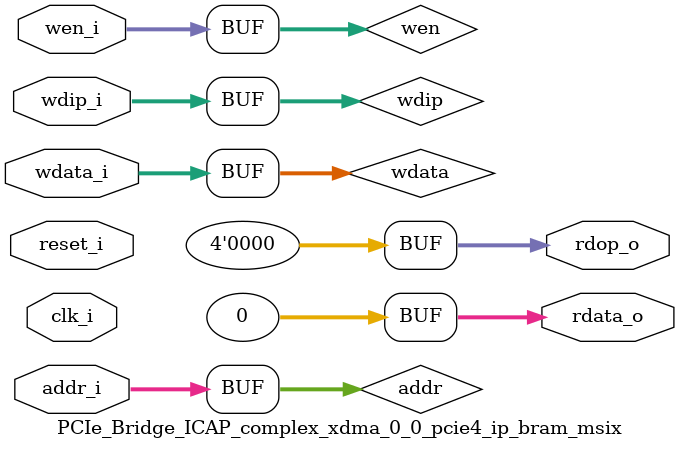
<source format=v>
`timescale 1ps/1ps

(* DowngradeIPIdentifiedWarnings = "yes" *)
module PCIe_Bridge_ICAP_complex_xdma_0_0_pcie4_ip_bram_msix #(

  parameter           TCQ = 100
, parameter           TO_RAM_PIPELINE="FALSE"
, parameter           FROM_RAM_PIPELINE="FALSE"
, parameter           MSIX_CAP_TABLE_SIZE=11'h0
, parameter           MSIX_TABLE_RAM_ENABLE="FALSE"

  ) (

  input  wire         clk_i,
  input  wire         reset_i,

  input  wire  [12:0] addr_i,
  input  wire  [31:0] wdata_i,
  input  wire   [3:0] wdip_i,
  input  wire   [3:0] wen_i,
  output wire  [31:0] rdata_o,
  output wire   [3:0] rdop_o

  );

  // WIP : Use Total number of functions (PFs + VFs) to calculate the NUM_BRAM_4K
  localparam integer NUM_BRAM_4K = (MSIX_TABLE_RAM_ENABLE == "TRUE") ? 8 : 0 ;
 

  reg          [12:0] addr;
  reg          [12:0] addr_p0;
  reg          [12:0] addr_p1;
  reg          [31:0] wdata;
  reg           [3:0] wdip;
  reg           [3:0] wen;
  reg          [31:0] reg_rdata;
  reg           [3:0] reg_rdop;
  wire         [31:0] rdata;
  wire          [3:0] rdop;
  genvar              i;
  wire    [(8*4)-1:0] bram_4k_wen;
  wire   [(8*32)-1:0] rdata_t;
  wire    [(8*4)-1:0] rdop_t;

  //
  // Optional input pipe stages
  //
  generate

    if (TO_RAM_PIPELINE == "TRUE") begin : TORAMPIPELINE

      always @(posedge clk_i) begin
     
        if (reset_i) begin

          addr <= #(TCQ) 13'b0;
          wdata <= #(TCQ) 32'b0;
          wdip <= #(TCQ) 4'b0;
          wen <= #(TCQ) 4'b0;

        end else begin

          addr <= #(TCQ) addr_i;
          wdata <= #(TCQ) wdata_i;
          wdip <= #(TCQ) wdip_i;
          wen <= #(TCQ) wen_i;

        end

      end

    end else begin : NOTORAMPIPELINE

      always @(*) begin

          addr = addr_i;
          wdata = wdata_i;
          wdip = wdip_i;
          wen = wen_i;

      end


    end

  endgenerate

  // 
  // Address pipeline
  //
  always @(posedge clk_i) begin
     
    if (reset_i) begin

      addr_p0 <= #(TCQ) 13'b0;
      addr_p1 <= #(TCQ) 13'b0;

    end else begin

      addr_p0 <= #(TCQ) addr;
      addr_p1 <= #(TCQ) addr_p0;

    end

  end

  //
  // Optional output pipe stages
  //
  generate

    if (FROM_RAM_PIPELINE == "TRUE") begin : FRMRAMPIPELINE


      always @(posedge clk_i) begin
     
        if (reset_i) begin

          reg_rdata <= #(TCQ) 32'b0;
          reg_rdop <= #(TCQ) 4'b0;

        end else begin

          case (addr_p1[12:10]) 
            3'b000 : begin
              reg_rdata <= #(TCQ) rdata_t[(32*(0))+31:(32*(0))+0];
              reg_rdop <= #(TCQ) rdop_t[(4*(0))+3:(4*(0))+0];
            end
            3'b001 : begin
              reg_rdata <= #(TCQ) rdata_t[(32*(1))+31:(32*(1))+0];
              reg_rdop <= #(TCQ) rdop_t[(4*(1))+3:(4*(1))+0];
            end
            3'b010 : begin
              reg_rdata <= #(TCQ) rdata_t[(32*(2))+31:(32*(2))+0];
              reg_rdop <= #(TCQ) rdop_t[(4*(2))+3:(4*(2))+0];
            end
            3'b011 : begin
              reg_rdata <= #(TCQ) rdata_t[(32*(3))+31:(32*(3))+0];
              reg_rdop <= #(TCQ) rdop_t[(4*(3))+3:(4*(3))+0];
            end
            3'b100 : begin
              reg_rdata <= #(TCQ) rdata_t[(32*(4))+31:(32*(4))+0];
              reg_rdop <= #(TCQ) rdop_t[(4*(4))+3:(4*(4))+0];
            end
            3'b101 : begin
              reg_rdata <= #(TCQ) rdata_t[(32*(5))+31:(32*(5))+0];
              reg_rdop <= #(TCQ) rdop_t[(4*(5))+3:(4*(5))+0];
            end
            3'b110 : begin
              reg_rdata <= #(TCQ) rdata_t[(32*(6))+31:(32*(6))+0];
              reg_rdop <= #(TCQ) rdop_t[(4*(6))+3:(4*(6))+0];
            end
            3'b111 : begin
              reg_rdata <= #(TCQ) rdata_t[(32*(7))+31:(32*(7))+0];
              reg_rdop <= #(TCQ) rdop_t[(4*(7))+3:(4*(7))+0];
            end
          endcase

        end

      end

    end else begin : NOFRMRAMPIPELINE

      always @(*) begin

          case (addr_p1[12:10]) 
            3'b000 : begin
              reg_rdata <= #(TCQ) rdata_t[(32*(0))+31:(32*(0))+0];
              reg_rdop <= #(TCQ) rdop_t[(4*(0))+3:(4*(0))+0];
            end
            3'b001 : begin
              reg_rdata <= #(TCQ) rdata_t[(32*(1))+31:(32*(1))+0];
              reg_rdop <= #(TCQ) rdop_t[(4*(1))+3:(4*(1))+0];
            end
            3'b010 : begin
              reg_rdata <= #(TCQ) rdata_t[(32*(2))+31:(32*(2))+0];
              reg_rdop <= #(TCQ) rdop_t[(4*(2))+3:(4*(2))+0];
            end
            3'b011 : begin
              reg_rdata <= #(TCQ) rdata_t[(32*(3))+31:(32*(3))+0];
              reg_rdop <= #(TCQ) rdop_t[(4*(3))+3:(4*(3))+0];
            end
            3'b100 : begin
              reg_rdata <= #(TCQ) rdata_t[(32*(4))+31:(32*(4))+0];
              reg_rdop <= #(TCQ) rdop_t[(4*(4))+3:(4*(4))+0];
            end
            3'b101 : begin
              reg_rdata <= #(TCQ) rdata_t[(32*(5))+31:(32*(5))+0];
              reg_rdop <= #(TCQ) rdop_t[(4*(5))+3:(4*(5))+0];
            end
            3'b110 : begin
              reg_rdata <= #(TCQ) rdata_t[(32*(6))+31:(32*(6))+0];
              reg_rdop <= #(TCQ) rdop_t[(4*(6))+3:(4*(6))+0];
            end
            3'b111 : begin
              reg_rdata <= #(TCQ) rdata_t[(32*(7))+31:(32*(7))+0];
              reg_rdop <= #(TCQ) rdop_t[(4*(7))+3:(4*(7))+0];
            end
          endcase

      end

    end
  
  endgenerate

  assign rdata_o = (MSIX_TABLE_RAM_ENABLE == "TRUE") ?  reg_rdata : 32'h0;
  assign rdop_o = (MSIX_TABLE_RAM_ENABLE == "TRUE") ? reg_rdop : 4'h0;

  generate 
  
    for (i=0; i<NUM_BRAM_4K; i=i+1) begin : BRAM4K

      PCIe_Bridge_ICAP_complex_xdma_0_0_pcie4_ip_bram_4k_int #(
          .TCQ(TCQ)
        )
        bram_4k_int (
    
          .clk_i (clk_i),
          .reset_i (reset_i),
    
          .addr_i(addr[9:0]),
          .wdata_i(wdata),
          .wdip_i(wdip),
          .wen_i(bram_4k_wen[(4*(i))+3:(4*(i))+0]),
          .rdata_o(rdata_t[(32*i)+31:(32*i)+0]),
          .rdop_o(rdop_t[(4*i)+3:(4*i)+0]),
          .baddr_i(10'b0),
          .brdata_o()

      );
      assign bram_4k_wen[(4*(i))+3:(4*(i))+0] = wen & {4{(i == addr[12:10])}};  
      
    end

  endgenerate

endmodule

</source>
